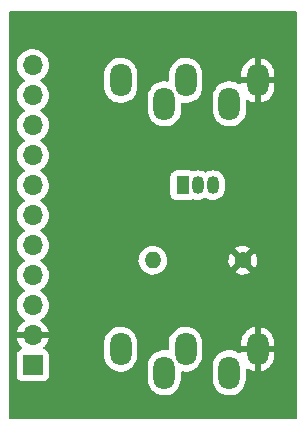
<source format=gbr>
%TF.GenerationSoftware,KiCad,Pcbnew,(5.99.0-9501-gd6b12eab50)*%
%TF.CreationDate,2021-02-28T09:53:11+01:00*%
%TF.ProjectId,audio-adapter,61756469-6f2d-4616-9461-707465722e6b,rev?*%
%TF.SameCoordinates,Original*%
%TF.FileFunction,Copper,L2,Bot*%
%TF.FilePolarity,Positive*%
%FSLAX46Y46*%
G04 Gerber Fmt 4.6, Leading zero omitted, Abs format (unit mm)*
G04 Created by KiCad (PCBNEW (5.99.0-9501-gd6b12eab50)) date 2021-02-28 09:53:11*
%MOMM*%
%LPD*%
G01*
G04 APERTURE LIST*
%TA.AperFunction,ComponentPad*%
%ADD10R,1.700000X1.700000*%
%TD*%
%TA.AperFunction,ComponentPad*%
%ADD11O,1.700000X1.700000*%
%TD*%
%TA.AperFunction,ComponentPad*%
%ADD12C,1.400000*%
%TD*%
%TA.AperFunction,ComponentPad*%
%ADD13O,1.400000X1.400000*%
%TD*%
%TA.AperFunction,ComponentPad*%
%ADD14O,1.800000X2.800000*%
%TD*%
%TA.AperFunction,ComponentPad*%
%ADD15R,1.050000X1.500000*%
%TD*%
%TA.AperFunction,ComponentPad*%
%ADD16O,1.050000X1.500000*%
%TD*%
%TA.AperFunction,Conductor*%
%ADD17C,0.250000*%
%TD*%
G04 APERTURE END LIST*
D10*
%TO.P,J1,1,Pin_1*%
%TO.N,Net-(J1-Pad1)*%
X95250000Y-113030000D03*
D11*
%TO.P,J1,2,Pin_2*%
%TO.N,/GND*%
X95250000Y-110490000D03*
%TO.P,J1,3,Pin_3*%
%TO.N,unconnected-(J1-Pad3)*%
X95250000Y-107950000D03*
%TO.P,J1,4,Pin_4*%
%TO.N,unconnected-(J1-Pad4)*%
X95250000Y-105410000D03*
%TO.P,J1,5,Pin_5*%
%TO.N,unconnected-(J1-Pad5)*%
X95250000Y-102870000D03*
%TO.P,J1,6,Pin_6*%
%TO.N,Net-(J1-Pad1)*%
X95250000Y-100330000D03*
%TO.P,J1,7,Pin_7*%
%TO.N,/Audio Out*%
X95250000Y-97790000D03*
%TO.P,J1,8,Pin_8*%
%TO.N,unconnected-(J1-Pad8)*%
X95250000Y-95250000D03*
%TO.P,J1,9,Pin_9*%
%TO.N,unconnected-(J1-Pad9)*%
X95250000Y-92710000D03*
%TO.P,J1,10,Pin_10*%
%TO.N,unconnected-(J1-Pad10)*%
X95250000Y-90170000D03*
%TO.P,J1,11,Pin_11*%
%TO.N,unconnected-(J1-Pad11)*%
X95250000Y-87630000D03*
%TD*%
D12*
%TO.P,R1,1*%
%TO.N,/GND*%
X113030000Y-104140000D03*
D13*
%TO.P,R1,2*%
%TO.N,Net-(Q1-Pad1)*%
X105410000Y-104140000D03*
%TD*%
D14*
%TO.P,J2,R*%
%TO.N,/Audio In*%
X106390000Y-113660000D03*
%TO.P,J2,RN*%
X108190000Y-111660000D03*
%TO.P,J2,S*%
%TO.N,/GND*%
X114290000Y-111660000D03*
%TO.P,J2,T*%
%TO.N,/Audio In*%
X111890000Y-113660000D03*
%TO.P,J2,TN*%
X102690000Y-111660000D03*
%TD*%
%TO.P,J3,R*%
%TO.N,/Audio Out*%
X106400000Y-90900000D03*
%TO.P,J3,RN*%
X108200000Y-88900000D03*
%TO.P,J3,S*%
%TO.N,/GND*%
X114300000Y-88900000D03*
%TO.P,J3,T*%
%TO.N,/Audio Out*%
X111900000Y-90900000D03*
%TO.P,J3,TN*%
X102700000Y-88900000D03*
%TD*%
D15*
%TO.P,Q1,1,C*%
%TO.N,Net-(Q1-Pad1)*%
X107950000Y-97790000D03*
D16*
%TO.P,Q1,2,B*%
%TO.N,/Audio In*%
X109220000Y-97790000D03*
%TO.P,Q1,3,E*%
%TO.N,Net-(J1-Pad1)*%
X110490000Y-97790000D03*
%TD*%
D17*
%TO.N,/GND*%
X114200000Y-111660000D02*
X114290000Y-111660000D01*
%TD*%
%TA.AperFunction,Conductor*%
%TO.N,/GND*%
G36*
X117544121Y-83078002D02*
G01*
X117590614Y-83131658D01*
X117602000Y-83184000D01*
X117602000Y-117476000D01*
X117581998Y-117544121D01*
X117528342Y-117590614D01*
X117476000Y-117602000D01*
X93344000Y-117602000D01*
X93275879Y-117581998D01*
X93229386Y-117528342D01*
X93218000Y-117476000D01*
X93218000Y-112180000D01*
X93886500Y-112180000D01*
X93886500Y-113880000D01*
X93891727Y-113953079D01*
X93932904Y-114093316D01*
X93937775Y-114100895D01*
X94007051Y-114208691D01*
X94007053Y-114208694D01*
X94011923Y-114216271D01*
X94018733Y-114222172D01*
X94115569Y-114306082D01*
X94115572Y-114306084D01*
X94122381Y-114311984D01*
X94255330Y-114372700D01*
X94264245Y-114373982D01*
X94264246Y-114373982D01*
X94395552Y-114392861D01*
X94395559Y-114392862D01*
X94400000Y-114393500D01*
X96100000Y-114393500D01*
X96173079Y-114388273D01*
X96251165Y-114365345D01*
X96304670Y-114349635D01*
X96304672Y-114349634D01*
X96313316Y-114347096D01*
X96377135Y-114306082D01*
X96428691Y-114272949D01*
X96428694Y-114272947D01*
X96436271Y-114268077D01*
X96478860Y-114218927D01*
X96526082Y-114164431D01*
X96526084Y-114164428D01*
X96531984Y-114157619D01*
X96592700Y-114024670D01*
X96603962Y-113946340D01*
X96612861Y-113884448D01*
X96612862Y-113884441D01*
X96613500Y-113880000D01*
X96613500Y-112180000D01*
X96608273Y-112106921D01*
X96581323Y-112015138D01*
X96569635Y-111975330D01*
X96569634Y-111975328D01*
X96567096Y-111966684D01*
X96521393Y-111895569D01*
X96492949Y-111851309D01*
X96492947Y-111851306D01*
X96488077Y-111843729D01*
X96481267Y-111837828D01*
X96384431Y-111753918D01*
X96384428Y-111753916D01*
X96377619Y-111748016D01*
X96244670Y-111687300D01*
X96237233Y-111686231D01*
X96178142Y-111648255D01*
X96148649Y-111583674D01*
X96158754Y-111513400D01*
X96183884Y-111477037D01*
X96291893Y-111368082D01*
X96298706Y-111359933D01*
X96424940Y-111179988D01*
X96430295Y-111170787D01*
X96485637Y-111053973D01*
X101281500Y-111053973D01*
X101281500Y-112218927D01*
X101296708Y-112398160D01*
X101298048Y-112403324D01*
X101298049Y-112403328D01*
X101329104Y-112522975D01*
X101356755Y-112629510D01*
X101454923Y-112847435D01*
X101588406Y-113045704D01*
X101592085Y-113049561D01*
X101592087Y-113049563D01*
X101641225Y-113101073D01*
X101753387Y-113218649D01*
X101945148Y-113361323D01*
X101949899Y-113363739D01*
X101949903Y-113363741D01*
X102153451Y-113467230D01*
X102158207Y-113469648D01*
X102386472Y-113540526D01*
X102391761Y-113541227D01*
X102618132Y-113571231D01*
X102618135Y-113571231D01*
X102623415Y-113571931D01*
X102628744Y-113571731D01*
X102628745Y-113571731D01*
X102725316Y-113568105D01*
X102862262Y-113562964D01*
X102979066Y-113538456D01*
X103090957Y-113514979D01*
X103090960Y-113514978D01*
X103096184Y-113513882D01*
X103318492Y-113426089D01*
X103421238Y-113363741D01*
X103518268Y-113304862D01*
X103518271Y-113304860D01*
X103522829Y-113302094D01*
X103703353Y-113145443D01*
X103706736Y-113141317D01*
X103706741Y-113141312D01*
X103778354Y-113053973D01*
X104981500Y-113053973D01*
X104981500Y-114218927D01*
X104996708Y-114398160D01*
X104998048Y-114403324D01*
X104998049Y-114403328D01*
X105029104Y-114522975D01*
X105056755Y-114629510D01*
X105154923Y-114847435D01*
X105288406Y-115045704D01*
X105453387Y-115218649D01*
X105645148Y-115361323D01*
X105649899Y-115363739D01*
X105649903Y-115363741D01*
X105772533Y-115426089D01*
X105858207Y-115469648D01*
X106086472Y-115540526D01*
X106091761Y-115541227D01*
X106318132Y-115571231D01*
X106318135Y-115571231D01*
X106323415Y-115571931D01*
X106328744Y-115571731D01*
X106328745Y-115571731D01*
X106425316Y-115568105D01*
X106562262Y-115562964D01*
X106676740Y-115538944D01*
X106790957Y-115514979D01*
X106790960Y-115514978D01*
X106796184Y-115513882D01*
X107018492Y-115426089D01*
X107130473Y-115358137D01*
X107218268Y-115304862D01*
X107218271Y-115304860D01*
X107222829Y-115302094D01*
X107403353Y-115145443D01*
X107406736Y-115141317D01*
X107406741Y-115141312D01*
X107551517Y-114964743D01*
X107554902Y-114960615D01*
X107673143Y-114752896D01*
X107754696Y-114528223D01*
X107797227Y-114293022D01*
X107798404Y-114268077D01*
X107798430Y-114267516D01*
X107798430Y-114267507D01*
X107798500Y-114266027D01*
X107798500Y-113672669D01*
X107818502Y-113604548D01*
X107872158Y-113558055D01*
X107941055Y-113547761D01*
X108118130Y-113571231D01*
X108118136Y-113571231D01*
X108123415Y-113571931D01*
X108128744Y-113571731D01*
X108128745Y-113571731D01*
X108225316Y-113568105D01*
X108362262Y-113562964D01*
X108479066Y-113538456D01*
X108590957Y-113514979D01*
X108590960Y-113514978D01*
X108596184Y-113513882D01*
X108818492Y-113426089D01*
X108921238Y-113363741D01*
X109018268Y-113304862D01*
X109018271Y-113304860D01*
X109022829Y-113302094D01*
X109203353Y-113145443D01*
X109206736Y-113141317D01*
X109206741Y-113141312D01*
X109278354Y-113053973D01*
X110481500Y-113053973D01*
X110481500Y-114218927D01*
X110496708Y-114398160D01*
X110498048Y-114403324D01*
X110498049Y-114403328D01*
X110529104Y-114522975D01*
X110556755Y-114629510D01*
X110654923Y-114847435D01*
X110788406Y-115045704D01*
X110953387Y-115218649D01*
X111145148Y-115361323D01*
X111149899Y-115363739D01*
X111149903Y-115363741D01*
X111272533Y-115426089D01*
X111358207Y-115469648D01*
X111586472Y-115540526D01*
X111591761Y-115541227D01*
X111818132Y-115571231D01*
X111818135Y-115571231D01*
X111823415Y-115571931D01*
X111828744Y-115571731D01*
X111828745Y-115571731D01*
X111925316Y-115568105D01*
X112062262Y-115562964D01*
X112176740Y-115538944D01*
X112290957Y-115514979D01*
X112290960Y-115514978D01*
X112296184Y-115513882D01*
X112518492Y-115426089D01*
X112630473Y-115358137D01*
X112718268Y-115304862D01*
X112718271Y-115304860D01*
X112722829Y-115302094D01*
X112903353Y-115145443D01*
X112906736Y-115141317D01*
X112906741Y-115141312D01*
X113051517Y-114964743D01*
X113054902Y-114960615D01*
X113173143Y-114752896D01*
X113254696Y-114528223D01*
X113297227Y-114293022D01*
X113298404Y-114268077D01*
X113298430Y-114267516D01*
X113298430Y-114267507D01*
X113298500Y-114266027D01*
X113298500Y-113427987D01*
X113318502Y-113359866D01*
X113372158Y-113313373D01*
X113442432Y-113303269D01*
X113499712Y-113326897D01*
X113541131Y-113357713D01*
X113550166Y-113363316D01*
X113753639Y-113466767D01*
X113763490Y-113470767D01*
X113981486Y-113538456D01*
X113991867Y-113540739D01*
X114018041Y-113544208D01*
X114032208Y-113542011D01*
X114036000Y-113528827D01*
X114036000Y-111932115D01*
X114034659Y-111927548D01*
X114544000Y-111927548D01*
X114544000Y-113527190D01*
X114547973Y-113540721D01*
X114558580Y-113542246D01*
X114690823Y-113514498D01*
X114701002Y-113511443D01*
X114913301Y-113427603D01*
X114922833Y-113422872D01*
X115117974Y-113304457D01*
X115126564Y-113298193D01*
X115298962Y-113148594D01*
X115306382Y-113140964D01*
X115451106Y-112964459D01*
X115457128Y-112955697D01*
X115570049Y-112757326D01*
X115574512Y-112747666D01*
X115652392Y-112533109D01*
X115655163Y-112522841D01*
X115695991Y-112297059D01*
X115696924Y-112288830D01*
X115697930Y-112267512D01*
X115698000Y-112264537D01*
X115698000Y-111932115D01*
X115693525Y-111916876D01*
X115692135Y-111915671D01*
X115684452Y-111914000D01*
X114562115Y-111914000D01*
X114546876Y-111918475D01*
X114545671Y-111919865D01*
X114544000Y-111927548D01*
X114034659Y-111927548D01*
X114031525Y-111916876D01*
X114030135Y-111915671D01*
X114022452Y-111914000D01*
X112900115Y-111914000D01*
X112884876Y-111918475D01*
X112883671Y-111919865D01*
X112883284Y-111921645D01*
X112849259Y-111983957D01*
X112786947Y-112017982D01*
X112716131Y-112012918D01*
X112684950Y-111995951D01*
X112634852Y-111958677D01*
X112630101Y-111956261D01*
X112630097Y-111956259D01*
X112426549Y-111852770D01*
X112426548Y-111852770D01*
X112421793Y-111850352D01*
X112255552Y-111798733D01*
X112198623Y-111781056D01*
X112193528Y-111779474D01*
X112138942Y-111772239D01*
X111961868Y-111748769D01*
X111961865Y-111748769D01*
X111956585Y-111748069D01*
X111951256Y-111748269D01*
X111951255Y-111748269D01*
X111854684Y-111751895D01*
X111717738Y-111757036D01*
X111645281Y-111772239D01*
X111489043Y-111805021D01*
X111489040Y-111805022D01*
X111483816Y-111806118D01*
X111261508Y-111893911D01*
X111256944Y-111896680D01*
X111256945Y-111896680D01*
X111061732Y-112015138D01*
X111061729Y-112015140D01*
X111057171Y-112017906D01*
X110876647Y-112174557D01*
X110873264Y-112178683D01*
X110873259Y-112178688D01*
X110779512Y-112293022D01*
X110725098Y-112359385D01*
X110606857Y-112567104D01*
X110525304Y-112791777D01*
X110482773Y-113026978D01*
X110482578Y-113031117D01*
X110482577Y-113031124D01*
X110481890Y-113045704D01*
X110481500Y-113053973D01*
X109278354Y-113053973D01*
X109351517Y-112964743D01*
X109354902Y-112960615D01*
X109357702Y-112955697D01*
X109448023Y-112797025D01*
X109473143Y-112752896D01*
X109554696Y-112528223D01*
X109597227Y-112293022D01*
X109598500Y-112266027D01*
X109598500Y-111101073D01*
X109594630Y-111055463D01*
X112882000Y-111055463D01*
X112882000Y-111387885D01*
X112886475Y-111403124D01*
X112887865Y-111404329D01*
X112895548Y-111406000D01*
X114017885Y-111406000D01*
X114033124Y-111401525D01*
X114034329Y-111400135D01*
X114036000Y-111392452D01*
X114036000Y-109792810D01*
X114035519Y-109791173D01*
X114544000Y-109791173D01*
X114544000Y-111387885D01*
X114548475Y-111403124D01*
X114549865Y-111404329D01*
X114557548Y-111406000D01*
X115679885Y-111406000D01*
X115695124Y-111401525D01*
X115696329Y-111400135D01*
X115698000Y-111392452D01*
X115698000Y-111103733D01*
X115697775Y-111098424D01*
X115683250Y-110927236D01*
X115681460Y-110916764D01*
X115624116Y-110695827D01*
X115620581Y-110685787D01*
X115526830Y-110477669D01*
X115521661Y-110468383D01*
X115394185Y-110279036D01*
X115387524Y-110270750D01*
X115229961Y-110105583D01*
X115222004Y-110098543D01*
X115038871Y-109962288D01*
X115029834Y-109956684D01*
X114826361Y-109853233D01*
X114816510Y-109849233D01*
X114598514Y-109781544D01*
X114588133Y-109779261D01*
X114561959Y-109775792D01*
X114547792Y-109777989D01*
X114544000Y-109791173D01*
X114035519Y-109791173D01*
X114032027Y-109779279D01*
X114021420Y-109777754D01*
X113889177Y-109805502D01*
X113878998Y-109808557D01*
X113666699Y-109892397D01*
X113657167Y-109897128D01*
X113462026Y-110015543D01*
X113453436Y-110021807D01*
X113281038Y-110171406D01*
X113273618Y-110179036D01*
X113128894Y-110355541D01*
X113122872Y-110364303D01*
X113009951Y-110562674D01*
X113005488Y-110572334D01*
X112927608Y-110786891D01*
X112924837Y-110797159D01*
X112884009Y-111022941D01*
X112883076Y-111031170D01*
X112882070Y-111052488D01*
X112882000Y-111055463D01*
X109594630Y-111055463D01*
X109583292Y-110921840D01*
X109581951Y-110916672D01*
X109524586Y-110695655D01*
X109524584Y-110695650D01*
X109523245Y-110690490D01*
X109425077Y-110472565D01*
X109291594Y-110274296D01*
X109251272Y-110232027D01*
X109163658Y-110140184D01*
X109126613Y-110101351D01*
X108934852Y-109958677D01*
X108930101Y-109956261D01*
X108930097Y-109956259D01*
X108726549Y-109852770D01*
X108726548Y-109852770D01*
X108721793Y-109850352D01*
X108493528Y-109779474D01*
X108465748Y-109775792D01*
X108261868Y-109748769D01*
X108261865Y-109748769D01*
X108256585Y-109748069D01*
X108251256Y-109748269D01*
X108251255Y-109748269D01*
X108154684Y-109751895D01*
X108017738Y-109757036D01*
X107931316Y-109775169D01*
X107789043Y-109805021D01*
X107789040Y-109805022D01*
X107783816Y-109806118D01*
X107561508Y-109893911D01*
X107556944Y-109896680D01*
X107556945Y-109896680D01*
X107361732Y-110015138D01*
X107361729Y-110015140D01*
X107357171Y-110017906D01*
X107176647Y-110174557D01*
X107173264Y-110178683D01*
X107173259Y-110178688D01*
X107097774Y-110270750D01*
X107025098Y-110359385D01*
X107022459Y-110364021D01*
X107022457Y-110364024D01*
X106964575Y-110465709D01*
X106906857Y-110567104D01*
X106825304Y-110791777D01*
X106782773Y-111026978D01*
X106781500Y-111053973D01*
X106781500Y-111647331D01*
X106761498Y-111715452D01*
X106707842Y-111761945D01*
X106638945Y-111772239D01*
X106461870Y-111748769D01*
X106461864Y-111748769D01*
X106456585Y-111748069D01*
X106451256Y-111748269D01*
X106451255Y-111748269D01*
X106354684Y-111751895D01*
X106217738Y-111757036D01*
X106145281Y-111772239D01*
X105989043Y-111805021D01*
X105989040Y-111805022D01*
X105983816Y-111806118D01*
X105761508Y-111893911D01*
X105756944Y-111896680D01*
X105756945Y-111896680D01*
X105561732Y-112015138D01*
X105561729Y-112015140D01*
X105557171Y-112017906D01*
X105376647Y-112174557D01*
X105373264Y-112178683D01*
X105373259Y-112178688D01*
X105279512Y-112293022D01*
X105225098Y-112359385D01*
X105106857Y-112567104D01*
X105025304Y-112791777D01*
X104982773Y-113026978D01*
X104982578Y-113031117D01*
X104982577Y-113031124D01*
X104981890Y-113045704D01*
X104981500Y-113053973D01*
X103778354Y-113053973D01*
X103851517Y-112964743D01*
X103854902Y-112960615D01*
X103857702Y-112955697D01*
X103948023Y-112797025D01*
X103973143Y-112752896D01*
X104054696Y-112528223D01*
X104097227Y-112293022D01*
X104098500Y-112266027D01*
X104098500Y-111101073D01*
X104083292Y-110921840D01*
X104081951Y-110916672D01*
X104024586Y-110695655D01*
X104024584Y-110695650D01*
X104023245Y-110690490D01*
X103925077Y-110472565D01*
X103791594Y-110274296D01*
X103751272Y-110232027D01*
X103663658Y-110140184D01*
X103626613Y-110101351D01*
X103434852Y-109958677D01*
X103430101Y-109956261D01*
X103430097Y-109956259D01*
X103226549Y-109852770D01*
X103226548Y-109852770D01*
X103221793Y-109850352D01*
X102993528Y-109779474D01*
X102965748Y-109775792D01*
X102761868Y-109748769D01*
X102761865Y-109748769D01*
X102756585Y-109748069D01*
X102751256Y-109748269D01*
X102751255Y-109748269D01*
X102654684Y-109751895D01*
X102517738Y-109757036D01*
X102431316Y-109775169D01*
X102289043Y-109805021D01*
X102289040Y-109805022D01*
X102283816Y-109806118D01*
X102061508Y-109893911D01*
X102056944Y-109896680D01*
X102056945Y-109896680D01*
X101861732Y-110015138D01*
X101861729Y-110015140D01*
X101857171Y-110017906D01*
X101676647Y-110174557D01*
X101673264Y-110178683D01*
X101673259Y-110178688D01*
X101597774Y-110270750D01*
X101525098Y-110359385D01*
X101522459Y-110364021D01*
X101522457Y-110364024D01*
X101464575Y-110465709D01*
X101406857Y-110567104D01*
X101325304Y-110791777D01*
X101282773Y-111026978D01*
X101281500Y-111053973D01*
X96485637Y-111053973D01*
X96524399Y-110972156D01*
X96528123Y-110962197D01*
X96585968Y-110755718D01*
X96584430Y-110747351D01*
X96572137Y-110744000D01*
X93933403Y-110744000D01*
X93920222Y-110747870D01*
X93918255Y-110762423D01*
X93926638Y-110814471D01*
X93929212Y-110824793D01*
X94000230Y-111032810D01*
X94004497Y-111042533D01*
X94109556Y-111235625D01*
X94115402Y-111244491D01*
X94251486Y-111417113D01*
X94258750Y-111424875D01*
X94314593Y-111475244D01*
X94351780Y-111535723D01*
X94350366Y-111606705D01*
X94310801Y-111665655D01*
X94265699Y-111689703D01*
X94195330Y-111710365D01*
X94195328Y-111710366D01*
X94186684Y-111712904D01*
X94179105Y-111717775D01*
X94071309Y-111787051D01*
X94071306Y-111787053D01*
X94063729Y-111791923D01*
X94057828Y-111798733D01*
X93973918Y-111895569D01*
X93973916Y-111895572D01*
X93968016Y-111902381D01*
X93964272Y-111910579D01*
X93956523Y-111927548D01*
X93907300Y-112035330D01*
X93906018Y-112044245D01*
X93906018Y-112044246D01*
X93887139Y-112175552D01*
X93887138Y-112175559D01*
X93886500Y-112180000D01*
X93218000Y-112180000D01*
X93218000Y-87732233D01*
X93890338Y-87732233D01*
X93927002Y-87959861D01*
X94001494Y-88178056D01*
X94111685Y-88380580D01*
X94254424Y-88561644D01*
X94258389Y-88565220D01*
X94421659Y-88712489D01*
X94421665Y-88712494D01*
X94425629Y-88716069D01*
X94430142Y-88718928D01*
X94430144Y-88718929D01*
X94548242Y-88793731D01*
X94595087Y-88847079D01*
X94605654Y-88917285D01*
X94576587Y-88982058D01*
X94546186Y-89007894D01*
X94451196Y-89065535D01*
X94451189Y-89065540D01*
X94446631Y-89068306D01*
X94442601Y-89071803D01*
X94296391Y-89198677D01*
X94272492Y-89219415D01*
X94269109Y-89223541D01*
X94269105Y-89223545D01*
X94196768Y-89311767D01*
X94126304Y-89397705D01*
X94123665Y-89402341D01*
X94123663Y-89402344D01*
X94061389Y-89511743D01*
X94012245Y-89598077D01*
X93933578Y-89814802D01*
X93932629Y-89820051D01*
X93932628Y-89820054D01*
X93895248Y-90026767D01*
X93892551Y-90041683D01*
X93891464Y-90154946D01*
X93890428Y-90262894D01*
X93890338Y-90272233D01*
X93927002Y-90499861D01*
X94001494Y-90718056D01*
X94004044Y-90722743D01*
X94004045Y-90722745D01*
X94047096Y-90801869D01*
X94111685Y-90920580D01*
X94254424Y-91101644D01*
X94258389Y-91105220D01*
X94421659Y-91252489D01*
X94421665Y-91252494D01*
X94425629Y-91256069D01*
X94430142Y-91258928D01*
X94430144Y-91258929D01*
X94548242Y-91333731D01*
X94595087Y-91387079D01*
X94605654Y-91457285D01*
X94576587Y-91522058D01*
X94546186Y-91547894D01*
X94451196Y-91605535D01*
X94451189Y-91605540D01*
X94446631Y-91608306D01*
X94442601Y-91611803D01*
X94349426Y-91692656D01*
X94272492Y-91759415D01*
X94269109Y-91763541D01*
X94269105Y-91763545D01*
X94196768Y-91851767D01*
X94126304Y-91937705D01*
X94123665Y-91942341D01*
X94123663Y-91942344D01*
X94066675Y-92042457D01*
X94012245Y-92138077D01*
X93933578Y-92354802D01*
X93932629Y-92360051D01*
X93932628Y-92360054D01*
X93910890Y-92480265D01*
X93892551Y-92581683D01*
X93892339Y-92603741D01*
X93890636Y-92781227D01*
X93890338Y-92812233D01*
X93927002Y-93039861D01*
X94001494Y-93258056D01*
X94111685Y-93460580D01*
X94254424Y-93641644D01*
X94258389Y-93645220D01*
X94421659Y-93792489D01*
X94421665Y-93792494D01*
X94425629Y-93796069D01*
X94430142Y-93798928D01*
X94430144Y-93798929D01*
X94548242Y-93873731D01*
X94595087Y-93927079D01*
X94605654Y-93997285D01*
X94576587Y-94062058D01*
X94546186Y-94087894D01*
X94451196Y-94145535D01*
X94451189Y-94145540D01*
X94446631Y-94148306D01*
X94442601Y-94151803D01*
X94349426Y-94232656D01*
X94272492Y-94299415D01*
X94269109Y-94303541D01*
X94269105Y-94303545D01*
X94196768Y-94391767D01*
X94126304Y-94477705D01*
X94012245Y-94678077D01*
X93933578Y-94894802D01*
X93932629Y-94900051D01*
X93932628Y-94900054D01*
X93910890Y-95020265D01*
X93892551Y-95121683D01*
X93892500Y-95127023D01*
X93891097Y-95273210D01*
X93890338Y-95352233D01*
X93927002Y-95579861D01*
X94001494Y-95798056D01*
X94111685Y-96000580D01*
X94254424Y-96181644D01*
X94258389Y-96185220D01*
X94421659Y-96332489D01*
X94421665Y-96332494D01*
X94425629Y-96336069D01*
X94430142Y-96338928D01*
X94430144Y-96338929D01*
X94548242Y-96413731D01*
X94595087Y-96467079D01*
X94605654Y-96537285D01*
X94576587Y-96602058D01*
X94546186Y-96627894D01*
X94451196Y-96685535D01*
X94451189Y-96685540D01*
X94446631Y-96688306D01*
X94442601Y-96691803D01*
X94279612Y-96833237D01*
X94272492Y-96839415D01*
X94269109Y-96843541D01*
X94269105Y-96843545D01*
X94219334Y-96904246D01*
X94126304Y-97017705D01*
X94123665Y-97022341D01*
X94123663Y-97022344D01*
X94036677Y-97175157D01*
X94012245Y-97218077D01*
X93933578Y-97434802D01*
X93932629Y-97440051D01*
X93932628Y-97440054D01*
X93910890Y-97560265D01*
X93892551Y-97661683D01*
X93892500Y-97667023D01*
X93891097Y-97813210D01*
X93890338Y-97892233D01*
X93927002Y-98119861D01*
X94001494Y-98338056D01*
X94111685Y-98540580D01*
X94254424Y-98721644D01*
X94258389Y-98725220D01*
X94421659Y-98872489D01*
X94421665Y-98872494D01*
X94425629Y-98876069D01*
X94430142Y-98878928D01*
X94430144Y-98878929D01*
X94548242Y-98953731D01*
X94595087Y-99007079D01*
X94605654Y-99077285D01*
X94576587Y-99142058D01*
X94546186Y-99167894D01*
X94451196Y-99225535D01*
X94451189Y-99225540D01*
X94446631Y-99228306D01*
X94442601Y-99231803D01*
X94349426Y-99312656D01*
X94272492Y-99379415D01*
X94269109Y-99383541D01*
X94269105Y-99383545D01*
X94196768Y-99471767D01*
X94126304Y-99557705D01*
X94012245Y-99758077D01*
X93933578Y-99974802D01*
X93932629Y-99980051D01*
X93932628Y-99980054D01*
X93910890Y-100100265D01*
X93892551Y-100201683D01*
X93892500Y-100207023D01*
X93891097Y-100353210D01*
X93890338Y-100432233D01*
X93927002Y-100659861D01*
X94001494Y-100878056D01*
X94111685Y-101080580D01*
X94254424Y-101261644D01*
X94258389Y-101265220D01*
X94421659Y-101412489D01*
X94421665Y-101412494D01*
X94425629Y-101416069D01*
X94430142Y-101418928D01*
X94430144Y-101418929D01*
X94548242Y-101493731D01*
X94595087Y-101547079D01*
X94605654Y-101617285D01*
X94576587Y-101682058D01*
X94546186Y-101707894D01*
X94451196Y-101765535D01*
X94451189Y-101765540D01*
X94446631Y-101768306D01*
X94442601Y-101771803D01*
X94349426Y-101852656D01*
X94272492Y-101919415D01*
X94269109Y-101923541D01*
X94269105Y-101923545D01*
X94196768Y-102011767D01*
X94126304Y-102097705D01*
X94012245Y-102298077D01*
X93933578Y-102514802D01*
X93932629Y-102520051D01*
X93932628Y-102520054D01*
X93910890Y-102640265D01*
X93892551Y-102741683D01*
X93892500Y-102747023D01*
X93890507Y-102954668D01*
X93890338Y-102972233D01*
X93927002Y-103199861D01*
X94001494Y-103418056D01*
X94111685Y-103620580D01*
X94254424Y-103801644D01*
X94258389Y-103805220D01*
X94421659Y-103952489D01*
X94421665Y-103952494D01*
X94425629Y-103956069D01*
X94430142Y-103958928D01*
X94430144Y-103958929D01*
X94548242Y-104033731D01*
X94595087Y-104087079D01*
X94605654Y-104157285D01*
X94576587Y-104222058D01*
X94546186Y-104247894D01*
X94451196Y-104305535D01*
X94451189Y-104305540D01*
X94446631Y-104308306D01*
X94442601Y-104311803D01*
X94300898Y-104434766D01*
X94272492Y-104459415D01*
X94269109Y-104463541D01*
X94269105Y-104463545D01*
X94143593Y-104616619D01*
X94126304Y-104637705D01*
X94012245Y-104838077D01*
X93933578Y-105054802D01*
X93932629Y-105060051D01*
X93932628Y-105060054D01*
X93910890Y-105180265D01*
X93892551Y-105281683D01*
X93891464Y-105394946D01*
X93891097Y-105433210D01*
X93890338Y-105512233D01*
X93927002Y-105739861D01*
X94001494Y-105958056D01*
X94111685Y-106160580D01*
X94254424Y-106341644D01*
X94258389Y-106345220D01*
X94421659Y-106492489D01*
X94421665Y-106492494D01*
X94425629Y-106496069D01*
X94430142Y-106498928D01*
X94430144Y-106498929D01*
X94548242Y-106573731D01*
X94595087Y-106627079D01*
X94605654Y-106697285D01*
X94576587Y-106762058D01*
X94546186Y-106787894D01*
X94451196Y-106845535D01*
X94451189Y-106845540D01*
X94446631Y-106848306D01*
X94442601Y-106851803D01*
X94349426Y-106932656D01*
X94272492Y-106999415D01*
X94269109Y-107003541D01*
X94269105Y-107003545D01*
X94196768Y-107091767D01*
X94126304Y-107177705D01*
X94012245Y-107378077D01*
X93933578Y-107594802D01*
X93932629Y-107600051D01*
X93932628Y-107600054D01*
X93910890Y-107720265D01*
X93892551Y-107821683D01*
X93892500Y-107827023D01*
X93891097Y-107973210D01*
X93890338Y-108052233D01*
X93927002Y-108279861D01*
X94001494Y-108498056D01*
X94111685Y-108700580D01*
X94254424Y-108881644D01*
X94258389Y-108885220D01*
X94421659Y-109032489D01*
X94421665Y-109032494D01*
X94425629Y-109036069D01*
X94430142Y-109038928D01*
X94430144Y-109038929D01*
X94548712Y-109114029D01*
X94595557Y-109167377D01*
X94606124Y-109237583D01*
X94577057Y-109302357D01*
X94546656Y-109328192D01*
X94451486Y-109385942D01*
X94442896Y-109392206D01*
X94276884Y-109536264D01*
X94269464Y-109543895D01*
X94130100Y-109713860D01*
X94124075Y-109722627D01*
X94015342Y-109913644D01*
X94010877Y-109923308D01*
X93935882Y-110129916D01*
X93933111Y-110140184D01*
X93919008Y-110218174D01*
X93920427Y-110231414D01*
X93935062Y-110236000D01*
X96569079Y-110236000D01*
X96582610Y-110232027D01*
X96583876Y-110223218D01*
X96536954Y-110042433D01*
X96533419Y-110032395D01*
X96443147Y-109831998D01*
X96437967Y-109822692D01*
X96315218Y-109640366D01*
X96308557Y-109632080D01*
X96156830Y-109473030D01*
X96148873Y-109465990D01*
X95972524Y-109334783D01*
X95959981Y-109327005D01*
X95912628Y-109274107D01*
X95901391Y-109204005D01*
X95929838Y-109138957D01*
X95953122Y-109117409D01*
X96133711Y-108988357D01*
X96296030Y-108824617D01*
X96383043Y-108700580D01*
X96425375Y-108640236D01*
X96425376Y-108640234D01*
X96428439Y-108635868D01*
X96527153Y-108427508D01*
X96589349Y-108205494D01*
X96613249Y-107976176D01*
X96613500Y-107950000D01*
X96613250Y-107947052D01*
X96594458Y-107725576D01*
X96594457Y-107725572D01*
X96594007Y-107720265D01*
X96536084Y-107497098D01*
X96484731Y-107383098D01*
X96443578Y-107291743D01*
X96443577Y-107291741D01*
X96441388Y-107286882D01*
X96312627Y-107095626D01*
X96153482Y-106928799D01*
X95968504Y-106791171D01*
X95963743Y-106788751D01*
X95960425Y-106786693D01*
X95913071Y-106733796D01*
X95901832Y-106663695D01*
X95930277Y-106598645D01*
X95953564Y-106577093D01*
X95962304Y-106570847D01*
X96133711Y-106448357D01*
X96296030Y-106284617D01*
X96383043Y-106160580D01*
X96425375Y-106100236D01*
X96425376Y-106100234D01*
X96428439Y-106095868D01*
X96527153Y-105887508D01*
X96589349Y-105665494D01*
X96613249Y-105436176D01*
X96613500Y-105410000D01*
X96608345Y-105349244D01*
X96594458Y-105185576D01*
X96594457Y-105185572D01*
X96594007Y-105180265D01*
X96589957Y-105164659D01*
X96542006Y-104979916D01*
X96536084Y-104957098D01*
X96484731Y-104843098D01*
X96443578Y-104751743D01*
X96443577Y-104751741D01*
X96441388Y-104746882D01*
X96312627Y-104555626D01*
X96263893Y-104504539D01*
X96197220Y-104434648D01*
X96153482Y-104388799D01*
X95968504Y-104251171D01*
X95963743Y-104248751D01*
X95960425Y-104246693D01*
X95933124Y-104216196D01*
X104198895Y-104216196D01*
X104204247Y-104251171D01*
X104230453Y-104422426D01*
X104231529Y-104429460D01*
X104233346Y-104434766D01*
X104299525Y-104628060D01*
X104301413Y-104633575D01*
X104406338Y-104822088D01*
X104409891Y-104826428D01*
X104409893Y-104826432D01*
X104423534Y-104843098D01*
X104542987Y-104989041D01*
X104707042Y-105129158D01*
X104711887Y-105131989D01*
X104888470Y-105235176D01*
X104888473Y-105235177D01*
X104893317Y-105238008D01*
X104898587Y-105239937D01*
X104898588Y-105239937D01*
X105090659Y-105310225D01*
X105090663Y-105310226D01*
X105095923Y-105312151D01*
X105101439Y-105313114D01*
X105101444Y-105313115D01*
X105302933Y-105348280D01*
X105302934Y-105348280D01*
X105308457Y-105349244D01*
X105314063Y-105349215D01*
X105314067Y-105349215D01*
X105412301Y-105348700D01*
X105524200Y-105348114D01*
X105529718Y-105347091D01*
X105529721Y-105347091D01*
X105730815Y-105309821D01*
X105730816Y-105309821D01*
X105736334Y-105308798D01*
X105741579Y-105306816D01*
X105741583Y-105306815D01*
X105923674Y-105238008D01*
X105938153Y-105232537D01*
X106067223Y-105155290D01*
X112379540Y-105155290D01*
X112384821Y-105162344D01*
X112508683Y-105234723D01*
X112518801Y-105239484D01*
X112710788Y-105309742D01*
X112721573Y-105312632D01*
X112922975Y-105347782D01*
X112934109Y-105348717D01*
X113138538Y-105347646D01*
X113149673Y-105346594D01*
X113350680Y-105309339D01*
X113361451Y-105306332D01*
X113552689Y-105234069D01*
X113562749Y-105229206D01*
X113670599Y-105164659D01*
X113680170Y-105154300D01*
X113676627Y-105145837D01*
X113042812Y-104512022D01*
X113028868Y-104504408D01*
X113027035Y-104504539D01*
X113020420Y-104508790D01*
X112386300Y-105142910D01*
X112379540Y-105155290D01*
X106067223Y-105155290D01*
X106123277Y-105121742D01*
X106127497Y-105118060D01*
X106127502Y-105118057D01*
X106281626Y-104983606D01*
X106285856Y-104979916D01*
X106308038Y-104952229D01*
X106417244Y-104815918D01*
X106417247Y-104815913D01*
X106420750Y-104811541D01*
X106523695Y-104621939D01*
X106591438Y-104417104D01*
X106620834Y-104210559D01*
X111819541Y-104210559D01*
X111820243Y-104221711D01*
X111851165Y-104423795D01*
X111853831Y-104434648D01*
X111920050Y-104628060D01*
X111924601Y-104638280D01*
X112004435Y-104781714D01*
X112014487Y-104791605D01*
X112022091Y-104788699D01*
X112657978Y-104152812D01*
X112664356Y-104141132D01*
X113394408Y-104141132D01*
X113394539Y-104142965D01*
X113398790Y-104149580D01*
X114034608Y-104785398D01*
X114046988Y-104792158D01*
X114053252Y-104787469D01*
X114140562Y-104626666D01*
X114144995Y-104616420D01*
X114209191Y-104422312D01*
X114211741Y-104411439D01*
X114240827Y-104207075D01*
X114241433Y-104199859D01*
X114242905Y-104143632D01*
X114242677Y-104136379D01*
X114224328Y-103930791D01*
X114222346Y-103919777D01*
X114168403Y-103722593D01*
X114164509Y-103712120D01*
X114076493Y-103527592D01*
X114070809Y-103517981D01*
X114056468Y-103498024D01*
X114045678Y-103489614D01*
X114032642Y-103496568D01*
X113402022Y-104127188D01*
X113394408Y-104141132D01*
X112664356Y-104141132D01*
X112665592Y-104138868D01*
X112665461Y-104137035D01*
X112661210Y-104130420D01*
X112027897Y-103497107D01*
X112015517Y-103490347D01*
X112007545Y-103496315D01*
X111952194Y-103584551D01*
X111947114Y-103594521D01*
X111870864Y-103784198D01*
X111867633Y-103794898D01*
X111826177Y-103995084D01*
X111824892Y-104006191D01*
X111819541Y-104210559D01*
X106620834Y-104210559D01*
X106621837Y-104203510D01*
X106623500Y-104140000D01*
X106604321Y-103925108D01*
X106565773Y-103784198D01*
X106548874Y-103722424D01*
X106548873Y-103722420D01*
X106547392Y-103717008D01*
X106454510Y-103522278D01*
X106435854Y-103496315D01*
X106331890Y-103351632D01*
X106331885Y-103351627D01*
X106328614Y-103347074D01*
X106173680Y-103196933D01*
X106081341Y-103134884D01*
X106063518Y-103122907D01*
X112377461Y-103122907D01*
X112384094Y-103134884D01*
X113017188Y-103767978D01*
X113031132Y-103775592D01*
X113032965Y-103775461D01*
X113039580Y-103771210D01*
X113672958Y-103137832D01*
X113679183Y-103126433D01*
X113669373Y-103114002D01*
X113619024Y-103080169D01*
X113609229Y-103074785D01*
X113422040Y-102992614D01*
X113411441Y-102989047D01*
X113212656Y-102941323D01*
X113201594Y-102939690D01*
X112997506Y-102927922D01*
X112986322Y-102928274D01*
X112783375Y-102952833D01*
X112772441Y-102955157D01*
X112577041Y-103015270D01*
X112566695Y-103019491D01*
X112385024Y-103113258D01*
X112384061Y-103113870D01*
X112377461Y-103122907D01*
X106063518Y-103122907D01*
X105999261Y-103079728D01*
X105999255Y-103079725D01*
X105994608Y-103076602D01*
X105849224Y-103012783D01*
X105802199Y-102992140D01*
X105802197Y-102992139D01*
X105797057Y-102989883D01*
X105650376Y-102954668D01*
X105592729Y-102940828D01*
X105592728Y-102940828D01*
X105587272Y-102939518D01*
X105504801Y-102934763D01*
X105377490Y-102927422D01*
X105377487Y-102927422D01*
X105371883Y-102927099D01*
X105157699Y-102953018D01*
X104951490Y-103016456D01*
X104946510Y-103019026D01*
X104946506Y-103019028D01*
X104828048Y-103080169D01*
X104759774Y-103115408D01*
X104588611Y-103246746D01*
X104443411Y-103406319D01*
X104328764Y-103589083D01*
X104248293Y-103789260D01*
X104247156Y-103794751D01*
X104247155Y-103794754D01*
X104214490Y-103952489D01*
X104204542Y-104000524D01*
X104204395Y-104006133D01*
X104204395Y-104006134D01*
X104203445Y-104042409D01*
X104198895Y-104216196D01*
X95933124Y-104216196D01*
X95913071Y-104193796D01*
X95901832Y-104123695D01*
X95930277Y-104058645D01*
X95953564Y-104037093D01*
X95996807Y-104006191D01*
X96133711Y-103908357D01*
X96246328Y-103794754D01*
X96292277Y-103748403D01*
X96292278Y-103748402D01*
X96296030Y-103744617D01*
X96383043Y-103620580D01*
X96425375Y-103560236D01*
X96425376Y-103560234D01*
X96428439Y-103555868D01*
X96527153Y-103347508D01*
X96589349Y-103125494D01*
X96590045Y-103118821D01*
X96603247Y-102992140D01*
X96613249Y-102896176D01*
X96613500Y-102870000D01*
X96613250Y-102867052D01*
X96594458Y-102645576D01*
X96594457Y-102645572D01*
X96594007Y-102640265D01*
X96536084Y-102417098D01*
X96484731Y-102303098D01*
X96443578Y-102211743D01*
X96443577Y-102211741D01*
X96441388Y-102206882D01*
X96312627Y-102015626D01*
X96153482Y-101848799D01*
X95968504Y-101711171D01*
X95963743Y-101708751D01*
X95960425Y-101706693D01*
X95913071Y-101653796D01*
X95901832Y-101583695D01*
X95930277Y-101518645D01*
X95953564Y-101497093D01*
X95962304Y-101490847D01*
X96133711Y-101368357D01*
X96296030Y-101204617D01*
X96383043Y-101080580D01*
X96425375Y-101020236D01*
X96425376Y-101020234D01*
X96428439Y-101015868D01*
X96527153Y-100807508D01*
X96589349Y-100585494D01*
X96613249Y-100356176D01*
X96613500Y-100330000D01*
X96613250Y-100327052D01*
X96594458Y-100105576D01*
X96594457Y-100105572D01*
X96594007Y-100100265D01*
X96536084Y-99877098D01*
X96484731Y-99763098D01*
X96443578Y-99671743D01*
X96443577Y-99671741D01*
X96441388Y-99666882D01*
X96312627Y-99475626D01*
X96153482Y-99308799D01*
X95968504Y-99171171D01*
X95963743Y-99168751D01*
X95960425Y-99166693D01*
X95913071Y-99113796D01*
X95901832Y-99043695D01*
X95930277Y-98978645D01*
X95953564Y-98957093D01*
X96055740Y-98884076D01*
X96133711Y-98828357D01*
X96296030Y-98664617D01*
X96299090Y-98660255D01*
X96425375Y-98480236D01*
X96425376Y-98480234D01*
X96428439Y-98475868D01*
X96527153Y-98267508D01*
X96589349Y-98045494D01*
X96613249Y-97816176D01*
X96613500Y-97790000D01*
X96613250Y-97787052D01*
X96594458Y-97565576D01*
X96594457Y-97565572D01*
X96594007Y-97560265D01*
X96582001Y-97514006D01*
X96537426Y-97342269D01*
X96536084Y-97337098D01*
X96484731Y-97223098D01*
X96443578Y-97131743D01*
X96443577Y-97131741D01*
X96441388Y-97126882D01*
X96382896Y-97040000D01*
X106911500Y-97040000D01*
X106911500Y-98540000D01*
X106916727Y-98613079D01*
X106957904Y-98753316D01*
X106962775Y-98760895D01*
X107032051Y-98868691D01*
X107032053Y-98868694D01*
X107036923Y-98876271D01*
X107043733Y-98882172D01*
X107140569Y-98966082D01*
X107140572Y-98966084D01*
X107147381Y-98971984D01*
X107155579Y-98975728D01*
X107161967Y-98978645D01*
X107280330Y-99032700D01*
X107289245Y-99033982D01*
X107289246Y-99033982D01*
X107420552Y-99052861D01*
X107420559Y-99052862D01*
X107425000Y-99053500D01*
X108475000Y-99053500D01*
X108548079Y-99048273D01*
X108626165Y-99025345D01*
X108679670Y-99009635D01*
X108679672Y-99009634D01*
X108688316Y-99007096D01*
X108717473Y-98988358D01*
X108785594Y-98968357D01*
X108822852Y-98973992D01*
X109005294Y-99030467D01*
X109005297Y-99030468D01*
X109011181Y-99032289D01*
X109017306Y-99032933D01*
X109017307Y-99032933D01*
X109206622Y-99052831D01*
X109206623Y-99052831D01*
X109212750Y-99053475D01*
X109295811Y-99045916D01*
X109408456Y-99035664D01*
X109408459Y-99035663D01*
X109414595Y-99035105D01*
X109420501Y-99033367D01*
X109420505Y-99033366D01*
X109603120Y-98979619D01*
X109603119Y-98979619D01*
X109609029Y-98977880D01*
X109788460Y-98884076D01*
X109788461Y-98884076D01*
X109788644Y-98883980D01*
X109788662Y-98884015D01*
X109854440Y-98864110D01*
X109915407Y-98879270D01*
X110082145Y-98969425D01*
X110082150Y-98969427D01*
X110087565Y-98972355D01*
X110093451Y-98974177D01*
X110275294Y-99030467D01*
X110275297Y-99030468D01*
X110281181Y-99032289D01*
X110287306Y-99032933D01*
X110287307Y-99032933D01*
X110476622Y-99052831D01*
X110476623Y-99052831D01*
X110482750Y-99053475D01*
X110565811Y-99045916D01*
X110678456Y-99035664D01*
X110678459Y-99035663D01*
X110684595Y-99035105D01*
X110690501Y-99033367D01*
X110690505Y-99033366D01*
X110873120Y-98979619D01*
X110873119Y-98979619D01*
X110879029Y-98977880D01*
X111058644Y-98883980D01*
X111216600Y-98756980D01*
X111346880Y-98601718D01*
X111349846Y-98596323D01*
X111349850Y-98596317D01*
X111441553Y-98429509D01*
X111444522Y-98424109D01*
X111505806Y-98230916D01*
X111523500Y-98073174D01*
X111523500Y-97514006D01*
X111508722Y-97363288D01*
X111450141Y-97169258D01*
X111383804Y-97044496D01*
X111357883Y-96995745D01*
X111357881Y-96995742D01*
X111354989Y-96990303D01*
X111351099Y-96985533D01*
X111351096Y-96985529D01*
X111230778Y-96838005D01*
X111230776Y-96838003D01*
X111226889Y-96833237D01*
X111070722Y-96704044D01*
X111065305Y-96701115D01*
X111065302Y-96701113D01*
X110897855Y-96610575D01*
X110897850Y-96610573D01*
X110892435Y-96607645D01*
X110866171Y-96599515D01*
X110704706Y-96549533D01*
X110704703Y-96549532D01*
X110698819Y-96547711D01*
X110692694Y-96547067D01*
X110692693Y-96547067D01*
X110503378Y-96527169D01*
X110503377Y-96527169D01*
X110497250Y-96526525D01*
X110440092Y-96531727D01*
X110301544Y-96544336D01*
X110301541Y-96544337D01*
X110295405Y-96544895D01*
X110289499Y-96546633D01*
X110289495Y-96546634D01*
X110183688Y-96577775D01*
X110100971Y-96602120D01*
X109921540Y-96695924D01*
X109921539Y-96695924D01*
X109921356Y-96696020D01*
X109921338Y-96695985D01*
X109855560Y-96715890D01*
X109794593Y-96700730D01*
X109627855Y-96610575D01*
X109627850Y-96610573D01*
X109622435Y-96607645D01*
X109596171Y-96599515D01*
X109434706Y-96549533D01*
X109434703Y-96549532D01*
X109428819Y-96547711D01*
X109422694Y-96547067D01*
X109422693Y-96547067D01*
X109233378Y-96527169D01*
X109233377Y-96527169D01*
X109227250Y-96526525D01*
X109170092Y-96531727D01*
X109031544Y-96544336D01*
X109031541Y-96544337D01*
X109025405Y-96544895D01*
X109019499Y-96546633D01*
X109019495Y-96546634D01*
X108913688Y-96577775D01*
X108830971Y-96602120D01*
X108830931Y-96601985D01*
X108762899Y-96608701D01*
X108734005Y-96599515D01*
X108627867Y-96551043D01*
X108627864Y-96551042D01*
X108619670Y-96547300D01*
X108610755Y-96546018D01*
X108610754Y-96546018D01*
X108479448Y-96527139D01*
X108479441Y-96527138D01*
X108475000Y-96526500D01*
X107425000Y-96526500D01*
X107351921Y-96531727D01*
X107273835Y-96554655D01*
X107220330Y-96570365D01*
X107220328Y-96570366D01*
X107211684Y-96572904D01*
X107204105Y-96577775D01*
X107096309Y-96647051D01*
X107096306Y-96647053D01*
X107088729Y-96651923D01*
X107082828Y-96658733D01*
X106998918Y-96755569D01*
X106998916Y-96755572D01*
X106993016Y-96762381D01*
X106989272Y-96770579D01*
X106955950Y-96843545D01*
X106932300Y-96895330D01*
X106931018Y-96904245D01*
X106931018Y-96904246D01*
X106912139Y-97035552D01*
X106912138Y-97035559D01*
X106911500Y-97040000D01*
X96382896Y-97040000D01*
X96312627Y-96935626D01*
X96153482Y-96768799D01*
X95968504Y-96631171D01*
X95963743Y-96628751D01*
X95960425Y-96626693D01*
X95913071Y-96573796D01*
X95901832Y-96503695D01*
X95930277Y-96438645D01*
X95953564Y-96417093D01*
X95962304Y-96410847D01*
X96133711Y-96288357D01*
X96296030Y-96124617D01*
X96383043Y-96000580D01*
X96425375Y-95940236D01*
X96425376Y-95940234D01*
X96428439Y-95935868D01*
X96527153Y-95727508D01*
X96589349Y-95505494D01*
X96613249Y-95276176D01*
X96613500Y-95250000D01*
X96613250Y-95247052D01*
X96594458Y-95025576D01*
X96594457Y-95025572D01*
X96594007Y-95020265D01*
X96536084Y-94797098D01*
X96484731Y-94683098D01*
X96443578Y-94591743D01*
X96443577Y-94591741D01*
X96441388Y-94586882D01*
X96312627Y-94395626D01*
X96153482Y-94228799D01*
X95968504Y-94091171D01*
X95963743Y-94088751D01*
X95960425Y-94086693D01*
X95913071Y-94033796D01*
X95901832Y-93963695D01*
X95930277Y-93898645D01*
X95953564Y-93877093D01*
X95962304Y-93870847D01*
X96133711Y-93748357D01*
X96296030Y-93584617D01*
X96383043Y-93460580D01*
X96425375Y-93400236D01*
X96425376Y-93400234D01*
X96428439Y-93395868D01*
X96527153Y-93187508D01*
X96589349Y-92965494D01*
X96613249Y-92736176D01*
X96613500Y-92710000D01*
X96604279Y-92601323D01*
X96594458Y-92485576D01*
X96594457Y-92485572D01*
X96594007Y-92480265D01*
X96587396Y-92454792D01*
X96537426Y-92262269D01*
X96536084Y-92257098D01*
X96508551Y-92195976D01*
X96443578Y-92051743D01*
X96443577Y-92051741D01*
X96441388Y-92046882D01*
X96312627Y-91855626D01*
X96153482Y-91688799D01*
X95968504Y-91551171D01*
X95963743Y-91548751D01*
X95960425Y-91546693D01*
X95913071Y-91493796D01*
X95901832Y-91423695D01*
X95930277Y-91358645D01*
X95953564Y-91337093D01*
X95962304Y-91330847D01*
X96133711Y-91208357D01*
X96296030Y-91044617D01*
X96383043Y-90920580D01*
X96425375Y-90860236D01*
X96425376Y-90860234D01*
X96428439Y-90855868D01*
X96527153Y-90647508D01*
X96589349Y-90425494D01*
X96613249Y-90196176D01*
X96613500Y-90170000D01*
X96606870Y-90091860D01*
X96594458Y-89945576D01*
X96594457Y-89945572D01*
X96594007Y-89940265D01*
X96536084Y-89717098D01*
X96498129Y-89632840D01*
X96443578Y-89511743D01*
X96443577Y-89511741D01*
X96441388Y-89506882D01*
X96312627Y-89315626D01*
X96153482Y-89148799D01*
X95968504Y-89011171D01*
X95963743Y-89008751D01*
X95960425Y-89006693D01*
X95913071Y-88953796D01*
X95901832Y-88883695D01*
X95930277Y-88818645D01*
X95953564Y-88797093D01*
X95962304Y-88790847D01*
X96133711Y-88668357D01*
X96296030Y-88504617D01*
X96383043Y-88380580D01*
X96425375Y-88320236D01*
X96425376Y-88320234D01*
X96428439Y-88315868D01*
X96438812Y-88293973D01*
X101291500Y-88293973D01*
X101291500Y-89458927D01*
X101306708Y-89638160D01*
X101308048Y-89643324D01*
X101308049Y-89643328D01*
X101353919Y-89820054D01*
X101366755Y-89869510D01*
X101464923Y-90087435D01*
X101598406Y-90285704D01*
X101602085Y-90289561D01*
X101602087Y-90289563D01*
X101651225Y-90341073D01*
X101763387Y-90458649D01*
X101955148Y-90601323D01*
X101959899Y-90603739D01*
X101959903Y-90603741D01*
X102163451Y-90707230D01*
X102168207Y-90709648D01*
X102396472Y-90780526D01*
X102401761Y-90781227D01*
X102628132Y-90811231D01*
X102628135Y-90811231D01*
X102633415Y-90811931D01*
X102638744Y-90811731D01*
X102638745Y-90811731D01*
X102735316Y-90808105D01*
X102872262Y-90802964D01*
X102989066Y-90778456D01*
X103100957Y-90754979D01*
X103100960Y-90754978D01*
X103106184Y-90753882D01*
X103328492Y-90666089D01*
X103431238Y-90603741D01*
X103528268Y-90544862D01*
X103528271Y-90544860D01*
X103532829Y-90542094D01*
X103713353Y-90385443D01*
X103716736Y-90381317D01*
X103716741Y-90381312D01*
X103788354Y-90293973D01*
X104991500Y-90293973D01*
X104991500Y-91458927D01*
X105006708Y-91638160D01*
X105008048Y-91643324D01*
X105008049Y-91643328D01*
X105062150Y-91851767D01*
X105066755Y-91869510D01*
X105164923Y-92087435D01*
X105298406Y-92285704D01*
X105463387Y-92458649D01*
X105655148Y-92601323D01*
X105659899Y-92603739D01*
X105659903Y-92603741D01*
X105782533Y-92666089D01*
X105868207Y-92709648D01*
X106096472Y-92780526D01*
X106101761Y-92781227D01*
X106328132Y-92811231D01*
X106328135Y-92811231D01*
X106333415Y-92811931D01*
X106338744Y-92811731D01*
X106338745Y-92811731D01*
X106435316Y-92808105D01*
X106572262Y-92802964D01*
X106686740Y-92778944D01*
X106800957Y-92754979D01*
X106800960Y-92754978D01*
X106806184Y-92753882D01*
X107028492Y-92666089D01*
X107140473Y-92598137D01*
X107228268Y-92544862D01*
X107228271Y-92544860D01*
X107232829Y-92542094D01*
X107413353Y-92385443D01*
X107416736Y-92381317D01*
X107416741Y-92381312D01*
X107561517Y-92204743D01*
X107564902Y-92200615D01*
X107683143Y-91992896D01*
X107764696Y-91768223D01*
X107807227Y-91533022D01*
X107808500Y-91506027D01*
X107808500Y-90912669D01*
X107828502Y-90844548D01*
X107882158Y-90798055D01*
X107951055Y-90787761D01*
X108128130Y-90811231D01*
X108128136Y-90811231D01*
X108133415Y-90811931D01*
X108138744Y-90811731D01*
X108138745Y-90811731D01*
X108235316Y-90808105D01*
X108372262Y-90802964D01*
X108489066Y-90778456D01*
X108600957Y-90754979D01*
X108600960Y-90754978D01*
X108606184Y-90753882D01*
X108828492Y-90666089D01*
X108931238Y-90603741D01*
X109028268Y-90544862D01*
X109028271Y-90544860D01*
X109032829Y-90542094D01*
X109213353Y-90385443D01*
X109216736Y-90381317D01*
X109216741Y-90381312D01*
X109288354Y-90293973D01*
X110491500Y-90293973D01*
X110491500Y-91458927D01*
X110506708Y-91638160D01*
X110508048Y-91643324D01*
X110508049Y-91643328D01*
X110562150Y-91851767D01*
X110566755Y-91869510D01*
X110664923Y-92087435D01*
X110798406Y-92285704D01*
X110963387Y-92458649D01*
X111155148Y-92601323D01*
X111159899Y-92603739D01*
X111159903Y-92603741D01*
X111282533Y-92666089D01*
X111368207Y-92709648D01*
X111596472Y-92780526D01*
X111601761Y-92781227D01*
X111828132Y-92811231D01*
X111828135Y-92811231D01*
X111833415Y-92811931D01*
X111838744Y-92811731D01*
X111838745Y-92811731D01*
X111935316Y-92808105D01*
X112072262Y-92802964D01*
X112186740Y-92778944D01*
X112300957Y-92754979D01*
X112300960Y-92754978D01*
X112306184Y-92753882D01*
X112528492Y-92666089D01*
X112640473Y-92598137D01*
X112728268Y-92544862D01*
X112728271Y-92544860D01*
X112732829Y-92542094D01*
X112913353Y-92385443D01*
X112916736Y-92381317D01*
X112916741Y-92381312D01*
X113061517Y-92204743D01*
X113064902Y-92200615D01*
X113183143Y-91992896D01*
X113264696Y-91768223D01*
X113307227Y-91533022D01*
X113308500Y-91506027D01*
X113308500Y-90667987D01*
X113328502Y-90599866D01*
X113382158Y-90553373D01*
X113452432Y-90543269D01*
X113509712Y-90566897D01*
X113551131Y-90597713D01*
X113560166Y-90603316D01*
X113763639Y-90706767D01*
X113773490Y-90710767D01*
X113991486Y-90778456D01*
X114001867Y-90780739D01*
X114028041Y-90784208D01*
X114042208Y-90782011D01*
X114046000Y-90768827D01*
X114046000Y-89172115D01*
X114044659Y-89167548D01*
X114554000Y-89167548D01*
X114554000Y-90767190D01*
X114557973Y-90780721D01*
X114568580Y-90782246D01*
X114700823Y-90754498D01*
X114711002Y-90751443D01*
X114923301Y-90667603D01*
X114932833Y-90662872D01*
X115127974Y-90544457D01*
X115136564Y-90538193D01*
X115308962Y-90388594D01*
X115316382Y-90380964D01*
X115461106Y-90204459D01*
X115467128Y-90195697D01*
X115580049Y-89997326D01*
X115584512Y-89987666D01*
X115662392Y-89773109D01*
X115665163Y-89762841D01*
X115705991Y-89537059D01*
X115706924Y-89528830D01*
X115707930Y-89507512D01*
X115708000Y-89504537D01*
X115708000Y-89172115D01*
X115703525Y-89156876D01*
X115702135Y-89155671D01*
X115694452Y-89154000D01*
X114572115Y-89154000D01*
X114556876Y-89158475D01*
X114555671Y-89159865D01*
X114554000Y-89167548D01*
X114044659Y-89167548D01*
X114041525Y-89156876D01*
X114040135Y-89155671D01*
X114032452Y-89154000D01*
X112910115Y-89154000D01*
X112894876Y-89158475D01*
X112893671Y-89159865D01*
X112893284Y-89161645D01*
X112859259Y-89223957D01*
X112796947Y-89257982D01*
X112726131Y-89252918D01*
X112694950Y-89235951D01*
X112644852Y-89198677D01*
X112640101Y-89196261D01*
X112640097Y-89196259D01*
X112436549Y-89092770D01*
X112436548Y-89092770D01*
X112431793Y-89090352D01*
X112203528Y-89019474D01*
X112116160Y-89007894D01*
X111971868Y-88988769D01*
X111971865Y-88988769D01*
X111966585Y-88988069D01*
X111961256Y-88988269D01*
X111961255Y-88988269D01*
X111864684Y-88991895D01*
X111727738Y-88997036D01*
X111655281Y-89012239D01*
X111499043Y-89045021D01*
X111499040Y-89045022D01*
X111493816Y-89046118D01*
X111271508Y-89133911D01*
X111266944Y-89136680D01*
X111266945Y-89136680D01*
X111071732Y-89255138D01*
X111071729Y-89255140D01*
X111067171Y-89257906D01*
X110886647Y-89414557D01*
X110883264Y-89418683D01*
X110883259Y-89418688D01*
X110789512Y-89533022D01*
X110735098Y-89599385D01*
X110616857Y-89807104D01*
X110535304Y-90031777D01*
X110492773Y-90266978D01*
X110492578Y-90271117D01*
X110492577Y-90271124D01*
X110491890Y-90285704D01*
X110491500Y-90293973D01*
X109288354Y-90293973D01*
X109361517Y-90204743D01*
X109364902Y-90200615D01*
X109367702Y-90195697D01*
X109458362Y-90036429D01*
X109483143Y-89992896D01*
X109564696Y-89768223D01*
X109607227Y-89533022D01*
X109608231Y-89511743D01*
X109608430Y-89507516D01*
X109608430Y-89507507D01*
X109608500Y-89506027D01*
X109608500Y-88341073D01*
X109604630Y-88295463D01*
X112892000Y-88295463D01*
X112892000Y-88627885D01*
X112896475Y-88643124D01*
X112897865Y-88644329D01*
X112905548Y-88646000D01*
X114027885Y-88646000D01*
X114043124Y-88641525D01*
X114044329Y-88640135D01*
X114046000Y-88632452D01*
X114046000Y-87032810D01*
X114045519Y-87031173D01*
X114554000Y-87031173D01*
X114554000Y-88627885D01*
X114558475Y-88643124D01*
X114559865Y-88644329D01*
X114567548Y-88646000D01*
X115689885Y-88646000D01*
X115705124Y-88641525D01*
X115706329Y-88640135D01*
X115708000Y-88632452D01*
X115708000Y-88343733D01*
X115707775Y-88338424D01*
X115693250Y-88167236D01*
X115691460Y-88156764D01*
X115634116Y-87935827D01*
X115630581Y-87925787D01*
X115536830Y-87717669D01*
X115531661Y-87708383D01*
X115404185Y-87519036D01*
X115397524Y-87510750D01*
X115239961Y-87345583D01*
X115232004Y-87338543D01*
X115048871Y-87202288D01*
X115039834Y-87196684D01*
X114836361Y-87093233D01*
X114826510Y-87089233D01*
X114608514Y-87021544D01*
X114598133Y-87019261D01*
X114571959Y-87015792D01*
X114557792Y-87017989D01*
X114554000Y-87031173D01*
X114045519Y-87031173D01*
X114042027Y-87019279D01*
X114031420Y-87017754D01*
X113899177Y-87045502D01*
X113888998Y-87048557D01*
X113676699Y-87132397D01*
X113667167Y-87137128D01*
X113472026Y-87255543D01*
X113463436Y-87261807D01*
X113291038Y-87411406D01*
X113283618Y-87419036D01*
X113138894Y-87595541D01*
X113132872Y-87604303D01*
X113019951Y-87802674D01*
X113015488Y-87812334D01*
X112937608Y-88026891D01*
X112934837Y-88037159D01*
X112894009Y-88262941D01*
X112893076Y-88271170D01*
X112892070Y-88292488D01*
X112892000Y-88295463D01*
X109604630Y-88295463D01*
X109593292Y-88161840D01*
X109560931Y-88037159D01*
X109534586Y-87935655D01*
X109534584Y-87935650D01*
X109533245Y-87930490D01*
X109435077Y-87712565D01*
X109301594Y-87514296D01*
X109136613Y-87341351D01*
X108944852Y-87198677D01*
X108940101Y-87196261D01*
X108940097Y-87196259D01*
X108736549Y-87092770D01*
X108736548Y-87092770D01*
X108731793Y-87090352D01*
X108503528Y-87019474D01*
X108475748Y-87015792D01*
X108271868Y-86988769D01*
X108271865Y-86988769D01*
X108266585Y-86988069D01*
X108261256Y-86988269D01*
X108261255Y-86988269D01*
X108164684Y-86991895D01*
X108027738Y-86997036D01*
X107941316Y-87015169D01*
X107799043Y-87045021D01*
X107799040Y-87045022D01*
X107793816Y-87046118D01*
X107571508Y-87133911D01*
X107566944Y-87136680D01*
X107566945Y-87136680D01*
X107371732Y-87255138D01*
X107371729Y-87255140D01*
X107367171Y-87257906D01*
X107186647Y-87414557D01*
X107183264Y-87418683D01*
X107183259Y-87418688D01*
X107107774Y-87510750D01*
X107035098Y-87599385D01*
X107032459Y-87604021D01*
X107032457Y-87604024D01*
X107001091Y-87659127D01*
X106916857Y-87807104D01*
X106835304Y-88031777D01*
X106792773Y-88266978D01*
X106791500Y-88293973D01*
X106791500Y-88887331D01*
X106771498Y-88955452D01*
X106717842Y-89001945D01*
X106648945Y-89012239D01*
X106471870Y-88988769D01*
X106471864Y-88988769D01*
X106466585Y-88988069D01*
X106461256Y-88988269D01*
X106461255Y-88988269D01*
X106364684Y-88991895D01*
X106227738Y-88997036D01*
X106155281Y-89012239D01*
X105999043Y-89045021D01*
X105999040Y-89045022D01*
X105993816Y-89046118D01*
X105771508Y-89133911D01*
X105766944Y-89136680D01*
X105766945Y-89136680D01*
X105571732Y-89255138D01*
X105571729Y-89255140D01*
X105567171Y-89257906D01*
X105386647Y-89414557D01*
X105383264Y-89418683D01*
X105383259Y-89418688D01*
X105289512Y-89533022D01*
X105235098Y-89599385D01*
X105116857Y-89807104D01*
X105035304Y-90031777D01*
X104992773Y-90266978D01*
X104992578Y-90271117D01*
X104992577Y-90271124D01*
X104991890Y-90285704D01*
X104991500Y-90293973D01*
X103788354Y-90293973D01*
X103861517Y-90204743D01*
X103864902Y-90200615D01*
X103867702Y-90195697D01*
X103958362Y-90036429D01*
X103983143Y-89992896D01*
X104064696Y-89768223D01*
X104107227Y-89533022D01*
X104108231Y-89511743D01*
X104108430Y-89507516D01*
X104108430Y-89507507D01*
X104108500Y-89506027D01*
X104108500Y-88341073D01*
X104093292Y-88161840D01*
X104060931Y-88037159D01*
X104034586Y-87935655D01*
X104034584Y-87935650D01*
X104033245Y-87930490D01*
X103935077Y-87712565D01*
X103801594Y-87514296D01*
X103636613Y-87341351D01*
X103444852Y-87198677D01*
X103440101Y-87196261D01*
X103440097Y-87196259D01*
X103236549Y-87092770D01*
X103236548Y-87092770D01*
X103231793Y-87090352D01*
X103003528Y-87019474D01*
X102975748Y-87015792D01*
X102771868Y-86988769D01*
X102771865Y-86988769D01*
X102766585Y-86988069D01*
X102761256Y-86988269D01*
X102761255Y-86988269D01*
X102664684Y-86991895D01*
X102527738Y-86997036D01*
X102441316Y-87015169D01*
X102299043Y-87045021D01*
X102299040Y-87045022D01*
X102293816Y-87046118D01*
X102071508Y-87133911D01*
X102066944Y-87136680D01*
X102066945Y-87136680D01*
X101871732Y-87255138D01*
X101871729Y-87255140D01*
X101867171Y-87257906D01*
X101686647Y-87414557D01*
X101683264Y-87418683D01*
X101683259Y-87418688D01*
X101607774Y-87510750D01*
X101535098Y-87599385D01*
X101532459Y-87604021D01*
X101532457Y-87604024D01*
X101501091Y-87659127D01*
X101416857Y-87807104D01*
X101335304Y-88031777D01*
X101292773Y-88266978D01*
X101291500Y-88293973D01*
X96438812Y-88293973D01*
X96527153Y-88107508D01*
X96589349Y-87885494D01*
X96613249Y-87656176D01*
X96613500Y-87630000D01*
X96603355Y-87510437D01*
X96594458Y-87405576D01*
X96594457Y-87405572D01*
X96594007Y-87400265D01*
X96536084Y-87177098D01*
X96498306Y-87093233D01*
X96443578Y-86971743D01*
X96443577Y-86971741D01*
X96441388Y-86966882D01*
X96312627Y-86775626D01*
X96153482Y-86608799D01*
X95968504Y-86471171D01*
X95963753Y-86468755D01*
X95963749Y-86468753D01*
X95767740Y-86369097D01*
X95767739Y-86369097D01*
X95762982Y-86366678D01*
X95622033Y-86322912D01*
X95547895Y-86299891D01*
X95547889Y-86299890D01*
X95542792Y-86298307D01*
X95437798Y-86284391D01*
X95319515Y-86268714D01*
X95319510Y-86268714D01*
X95314230Y-86268014D01*
X95308900Y-86268214D01*
X95308899Y-86268214D01*
X95199030Y-86272339D01*
X95083831Y-86276663D01*
X95001368Y-86293966D01*
X94863411Y-86322912D01*
X94863408Y-86322913D01*
X94858184Y-86324009D01*
X94643740Y-86408697D01*
X94446631Y-86528306D01*
X94442601Y-86531803D01*
X94349426Y-86612656D01*
X94272492Y-86679415D01*
X94269109Y-86683541D01*
X94269105Y-86683545D01*
X94196768Y-86771767D01*
X94126304Y-86857705D01*
X94012245Y-87058077D01*
X93933578Y-87274802D01*
X93932629Y-87280051D01*
X93932628Y-87280054D01*
X93910890Y-87400265D01*
X93892551Y-87501683D01*
X93891653Y-87595257D01*
X93891097Y-87653210D01*
X93890338Y-87732233D01*
X93218000Y-87732233D01*
X93218000Y-83184000D01*
X93238002Y-83115879D01*
X93291658Y-83069386D01*
X93344000Y-83058000D01*
X117476000Y-83058000D01*
X117544121Y-83078002D01*
G37*
%TD.AperFunction*%
%TD*%
M02*

</source>
